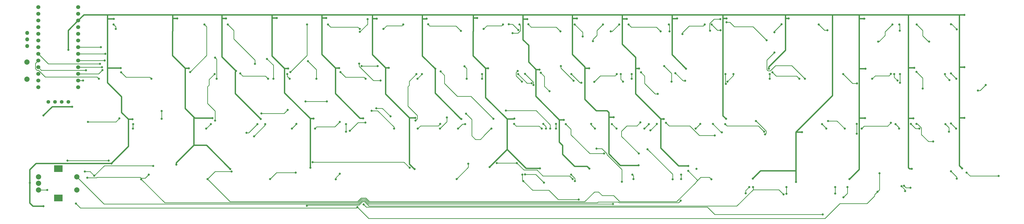
<source format=gtl>
G04 #@! TF.GenerationSoftware,KiCad,Pcbnew,(5.1.12)-1*
G04 #@! TF.CreationDate,2023-11-04T13:46:32+09:00*
G04 #@! TF.ProjectId,jtnk66w,6a746e6b-3636-4772-9e6b-696361645f70,rev?*
G04 #@! TF.SameCoordinates,Original*
G04 #@! TF.FileFunction,Copper,L1,Top*
G04 #@! TF.FilePolarity,Positive*
%FSLAX46Y46*%
G04 Gerber Fmt 4.6, Leading zero omitted, Abs format (unit mm)*
G04 Created by KiCad (PCBNEW (5.1.12)-1) date 2023-11-04 13:46:32*
%MOMM*%
%LPD*%
G01*
G04 APERTURE LIST*
G04 #@! TA.AperFunction,ComponentPad*
%ADD10C,1.524000*%
G04 #@! TD*
G04 #@! TA.AperFunction,ComponentPad*
%ADD11C,2.000000*%
G04 #@! TD*
G04 #@! TA.AperFunction,ComponentPad*
%ADD12R,3.200000X2.500000*%
G04 #@! TD*
G04 #@! TA.AperFunction,ComponentPad*
%ADD13C,1.397000*%
G04 #@! TD*
G04 #@! TA.AperFunction,ComponentPad*
%ADD14O,1.500000X1.500000*%
G04 #@! TD*
G04 #@! TA.AperFunction,ViaPad*
%ADD15C,0.800000*%
G04 #@! TD*
G04 #@! TA.AperFunction,Conductor*
%ADD16C,0.250000*%
G04 #@! TD*
G04 #@! TA.AperFunction,Conductor*
%ADD17C,0.500000*%
G04 #@! TD*
G04 APERTURE END LIST*
D10*
X43282400Y-35528200D03*
X43282400Y-38068200D03*
X43282400Y-40608200D03*
X43282400Y-43148200D03*
X43282400Y-45688200D03*
X43282400Y-48228200D03*
X43282400Y-50768200D03*
X43282400Y-53308200D03*
X43282400Y-55848200D03*
X43282400Y-58388200D03*
X43282400Y-60928200D03*
X43282400Y-63468200D03*
X28062400Y-63468200D03*
X28062400Y-60928200D03*
X28062400Y-58388200D03*
X28062400Y-55848200D03*
X28062400Y-53308200D03*
X28062400Y-50768200D03*
X28062400Y-48228200D03*
X28062400Y-45688200D03*
X28062400Y-43148200D03*
X28062400Y-40608200D03*
X28062400Y-38068200D03*
X28062400Y-35528200D03*
X28062400Y-32988200D03*
X43282400Y-32988200D03*
D11*
X23812500Y-53900000D03*
X23812500Y-60400000D03*
X42718800Y-102512000D03*
X42718800Y-97512000D03*
D12*
X35718800Y-105612000D03*
X35718800Y-94412000D03*
D11*
X28218800Y-102512000D03*
X28218800Y-100012000D03*
X28218800Y-97512000D03*
D13*
X39528800Y-69056200D03*
X36988800Y-69056200D03*
X34448800Y-69056200D03*
X31908800Y-69056200D03*
D14*
X23862500Y-47743800D03*
X23862500Y-45243800D03*
X23862500Y-42743800D03*
D15*
X51110800Y-60193100D03*
X222744600Y-79169600D03*
X205864600Y-72355400D03*
X137832600Y-68859200D03*
X129701200Y-68859200D03*
X122963400Y-72034100D03*
X112954600Y-73389600D03*
X231336200Y-98419800D03*
X210085000Y-92288300D03*
X202454500Y-92288300D03*
X169290700Y-94084000D03*
X132433500Y-91944600D03*
X46203800Y-56992800D03*
X357733800Y-102969300D03*
X356316600Y-101146200D03*
X71831000Y-93391000D03*
X49391000Y-97112200D03*
X45769200Y-95510200D03*
X210627100Y-41639500D03*
X206975500Y-39437600D03*
X157124600Y-55357700D03*
X151037200Y-55357700D03*
X51567500Y-54578200D03*
X196858500Y-58444500D03*
X196858500Y-60208200D03*
X208463600Y-42848400D03*
X211109600Y-39541300D03*
X216442100Y-62572800D03*
X213206500Y-58353600D03*
X224993200Y-79172200D03*
X224993200Y-77427900D03*
X232118000Y-99190200D03*
X230702300Y-96710500D03*
X235084800Y-44148200D03*
X232084000Y-39518700D03*
X234602700Y-61710500D03*
X230828900Y-58477800D03*
X246233000Y-77445400D03*
X247954000Y-79166400D03*
X253972000Y-96694000D03*
X254426800Y-98413600D03*
X245755500Y-42201500D03*
X248963600Y-39541300D03*
X253739900Y-60204100D03*
X253739900Y-58469200D03*
X260846000Y-79818200D03*
X263292200Y-77432700D03*
X272553900Y-96706000D03*
X272553900Y-98415200D03*
X267870600Y-39529000D03*
X268162100Y-42199800D03*
X274027000Y-60978200D03*
X270360300Y-58081200D03*
X284652800Y-77433100D03*
X288010200Y-80584400D03*
X297111400Y-103846300D03*
X298402500Y-101459600D03*
X287527700Y-41726500D03*
X284122800Y-39541300D03*
X306251200Y-60205000D03*
X306251200Y-58471500D03*
X312557500Y-103989500D03*
X312557500Y-101449400D03*
X308006200Y-42536800D03*
X310683600Y-39500500D03*
X328170700Y-41726500D03*
X324848600Y-39541300D03*
X339442700Y-62020000D03*
X334141000Y-58460300D03*
X339331500Y-81087500D03*
X339331500Y-77424000D03*
X334255200Y-105326900D03*
X335799400Y-101461000D03*
X355681800Y-41918000D03*
X355508900Y-39545000D03*
X355750000Y-61701100D03*
X355750000Y-58477700D03*
X359873400Y-77419000D03*
X363163900Y-79205900D03*
X359770900Y-101678000D03*
X357325900Y-100958800D03*
X377339100Y-41396800D03*
X375158400Y-39509900D03*
X377179500Y-60201700D03*
X375152000Y-58174200D03*
X377070300Y-79181000D03*
X375148300Y-77259000D03*
X377339100Y-98244100D03*
X375133600Y-95399600D03*
X30090000Y-108750000D03*
X299840000Y-98230000D03*
X318540000Y-80510000D03*
X316240000Y-99490000D03*
X313430000Y-37250000D03*
X305900000Y-56440000D03*
X289820000Y-37310000D03*
X289620000Y-75490000D03*
X271010000Y-37250000D03*
X274440000Y-56380000D03*
X251910000Y-37400000D03*
X256510000Y-56300000D03*
X265960000Y-75550000D03*
X275220000Y-93440000D03*
X278388000Y-94500000D03*
X232910000Y-37260000D03*
X237610000Y-56260000D03*
X246890000Y-74890000D03*
X256370000Y-93150000D03*
X214030000Y-37490000D03*
X218678000Y-56712000D03*
X227890000Y-75860000D03*
X237650000Y-94440000D03*
X194990000Y-37140000D03*
X199120000Y-56250000D03*
X209110000Y-75390000D03*
X218860000Y-94350000D03*
X199690000Y-93840000D03*
X175800000Y-37370000D03*
X179040000Y-56430000D03*
X188930000Y-75520000D03*
X156760000Y-37390000D03*
X161402000Y-56098000D03*
X171470000Y-75140000D03*
X171190000Y-94590000D03*
X137550000Y-37140000D03*
X142480000Y-56190000D03*
X151640000Y-75260000D03*
X118750000Y-37140000D03*
X123100000Y-56320000D03*
X132720000Y-75400000D03*
X131569000Y-94039500D03*
X99480000Y-37260000D03*
X103320000Y-57240000D03*
X112670000Y-75550000D03*
X80900000Y-37310000D03*
X85370000Y-56240000D03*
X101120000Y-94550000D03*
X80590000Y-92890000D03*
X94270000Y-75230000D03*
X24900000Y-99800000D03*
X56790000Y-37480000D03*
X59400000Y-56160000D03*
X63910000Y-75620000D03*
X55940000Y-92510000D03*
X342170000Y-37390000D03*
X342670000Y-56390000D03*
X342510000Y-75170000D03*
X336570000Y-98440000D03*
X361150000Y-56040000D03*
X360860000Y-75290000D03*
X360230000Y-94500000D03*
X380260000Y-75110000D03*
X380240000Y-55840000D03*
X379380000Y-94300000D03*
X380260000Y-35890000D03*
X30070000Y-74200000D03*
X41000000Y-70850000D03*
X39528800Y-49221200D03*
X54824800Y-91395100D03*
X39162900Y-91395100D03*
X64171900Y-77459200D03*
X64121500Y-79180400D03*
X59637900Y-57773600D03*
X71102200Y-60196200D03*
X75040000Y-75430000D03*
X75040000Y-72480000D03*
X56694300Y-39548300D03*
X57526000Y-41281000D03*
X85815800Y-57671900D03*
X91270400Y-39541300D03*
X95325800Y-76093800D03*
X95137600Y-58397300D03*
X91972800Y-79182200D03*
X93696300Y-77458700D03*
X114380000Y-77444300D03*
X110112000Y-82103300D03*
X104885400Y-58200100D03*
X115495400Y-60209600D03*
X100119600Y-39541300D03*
X110501700Y-54548300D03*
X123920000Y-57711900D03*
X130302700Y-39531100D03*
X123675000Y-60196200D03*
X122765000Y-58471500D03*
X133327200Y-79181700D03*
X142778700Y-76676500D03*
X152471000Y-76874200D03*
X146546000Y-80047000D03*
X142975600Y-57646900D03*
X152563400Y-60196200D03*
X156640500Y-71452400D03*
X162003500Y-74505400D03*
X138246500Y-39541300D03*
X150330000Y-41276700D03*
X159338200Y-41273300D03*
X166907300Y-39541300D03*
X171492600Y-76155100D03*
X171896800Y-58474800D03*
X172409300Y-79183500D03*
X180941300Y-77427100D03*
X190381300Y-77455600D03*
X187702600Y-79184900D03*
X181077400Y-57454100D03*
X201120000Y-75440000D03*
X176316200Y-39496800D03*
X188804500Y-42007500D03*
X197438200Y-41273300D03*
X204811300Y-39530300D03*
X215701100Y-61889300D03*
X210548600Y-58458500D03*
X221118600Y-79167100D03*
X220127000Y-77442600D03*
X243261700Y-88695500D03*
X228698000Y-77458100D03*
X219171700Y-57952600D03*
X222509700Y-64985400D03*
X214414400Y-39487400D03*
X226673400Y-42208000D03*
X239041000Y-45940000D03*
X242828800Y-39541300D03*
X239533400Y-61363400D03*
X248095800Y-58456200D03*
X256424000Y-88661700D03*
X257078200Y-76828900D03*
X266808300Y-77005000D03*
X285327500Y-81839000D03*
X257281900Y-57756900D03*
X263671600Y-66008600D03*
X252538100Y-39541300D03*
X264769900Y-42204500D03*
X273050900Y-43209500D03*
X281515000Y-39541300D03*
X289556600Y-62138400D03*
X289409500Y-58457200D03*
X304458700Y-81412100D03*
X301000400Y-76308600D03*
X307272600Y-57756900D03*
X317516700Y-60196200D03*
X326110300Y-77449500D03*
X327765900Y-79198900D03*
X287410800Y-37533500D03*
X283551100Y-41884200D03*
X347491300Y-46040800D03*
X352896900Y-39541300D03*
X345196200Y-60210500D03*
X352318900Y-58378000D03*
X341171100Y-79181700D03*
X352317800Y-76971500D03*
X362027800Y-77367500D03*
X368372100Y-84128200D03*
X362036500Y-57571900D03*
X364386800Y-63945000D03*
X362083900Y-39556800D03*
X366871000Y-46040800D03*
X385412000Y-64702500D03*
X388367700Y-62610200D03*
X381099700Y-95905000D03*
X393283400Y-97199800D03*
X240362000Y-86788000D03*
X250024300Y-99414200D03*
X226849700Y-55357700D03*
X231632700Y-60965100D03*
X238343100Y-77439300D03*
X239790700Y-79182100D03*
X246651000Y-107857400D03*
X31466800Y-102512000D03*
X259755800Y-87015700D03*
X269277400Y-98446900D03*
X70089400Y-96684600D03*
X58912200Y-75324200D03*
X46942500Y-76606100D03*
X272369900Y-106653400D03*
X46767900Y-97855600D03*
X250454500Y-61277500D03*
X249592000Y-58444700D03*
X258546100Y-79172700D03*
X260275100Y-77443700D03*
X67246800Y-98446900D03*
X51893400Y-48228200D03*
X275249200Y-95290600D03*
X107300200Y-80774200D03*
X111418800Y-77455500D03*
X266088100Y-55357700D03*
X268928200Y-61284800D03*
X284028000Y-98443200D03*
X101613600Y-95481200D03*
X92416300Y-98414000D03*
X53578300Y-50768200D03*
X278038300Y-79181700D03*
X279777400Y-77442600D03*
X95927100Y-60207400D03*
X95342300Y-52198500D03*
X299916800Y-101471800D03*
X130249500Y-108585000D03*
X117510300Y-60186900D03*
X115094800Y-52640100D03*
X124554800Y-79181700D03*
X126235900Y-77428000D03*
X304142400Y-80381700D03*
X289275700Y-77444000D03*
X290134700Y-61300300D03*
X292463900Y-58467300D03*
X126001500Y-95910200D03*
X116210200Y-98414000D03*
X53358700Y-53308200D03*
X311487400Y-104223400D03*
X145146300Y-80385300D03*
X145146300Y-77455800D03*
X52325400Y-55848200D03*
X308043000Y-50206400D03*
X319587700Y-60212500D03*
X141200600Y-98443200D03*
X142780200Y-96355200D03*
X133893700Y-60205000D03*
X130663600Y-53521100D03*
X326371300Y-111833700D03*
X328432700Y-76338500D03*
X334723600Y-79219100D03*
X331108200Y-103933600D03*
X331108200Y-101462300D03*
X151780000Y-108070000D03*
X52489500Y-56944400D03*
X150400700Y-42372900D03*
X153345200Y-37487500D03*
X289807900Y-38749800D03*
X305009900Y-45555300D03*
X158249000Y-60869400D03*
X150115700Y-54496000D03*
X154869800Y-72391200D03*
X163393800Y-79191800D03*
X354089700Y-77453500D03*
X355451300Y-79198700D03*
X183470700Y-74944100D03*
X180868000Y-79181700D03*
X149427200Y-109032600D03*
X42417600Y-107698100D03*
X45113400Y-60928200D03*
X347231300Y-103214700D03*
X347951500Y-96203500D03*
X191627600Y-92583600D03*
X187154500Y-98414000D03*
X172269400Y-60196200D03*
X174004000Y-58461600D03*
X354831400Y-60911300D03*
X353589400Y-58470400D03*
X233553000Y-106228400D03*
X212172600Y-96689000D03*
X212530900Y-99129800D03*
X190113100Y-55448400D03*
X191019200Y-60205000D03*
X374569400Y-60690400D03*
X372823100Y-58471900D03*
X200440500Y-79169300D03*
X190715400Y-73505300D03*
X374390800Y-80341600D03*
X373018300Y-77453500D03*
X220384200Y-99749600D03*
X213209100Y-96646600D03*
X219492500Y-79181700D03*
X209006700Y-77415600D03*
X212027600Y-61341100D03*
X210366000Y-57237100D03*
D16*
X129701200Y-68859200D02*
X137832600Y-68859200D01*
X28062400Y-53308200D02*
X26960800Y-54409800D01*
X26960800Y-54409800D02*
X26960800Y-56283900D01*
X26960800Y-56283900D02*
X27635800Y-56958900D01*
X27635800Y-56958900D02*
X28170700Y-56958900D01*
X28170700Y-56958900D02*
X30766000Y-59554200D01*
X30766000Y-59554200D02*
X50471900Y-59554200D01*
X50471900Y-59554200D02*
X51110800Y-60193100D01*
X205864600Y-72355400D02*
X217383500Y-72355400D01*
X217383500Y-72355400D02*
X222744600Y-77716500D01*
X222744600Y-77716500D02*
X222744600Y-79169600D01*
X122963400Y-72034100D02*
X121607900Y-73389600D01*
X121607900Y-73389600D02*
X112954600Y-73389600D01*
X210085000Y-92288300D02*
X212721900Y-94925200D01*
X212721900Y-94925200D02*
X217724700Y-94925200D01*
X217724700Y-94925200D02*
X219974700Y-97175200D01*
X219974700Y-97175200D02*
X230091600Y-97175200D01*
X230091600Y-97175200D02*
X231336200Y-98419800D01*
X202454500Y-92288300D02*
X210085000Y-92288300D01*
X49391000Y-97112200D02*
X53211600Y-93291600D01*
X53211600Y-93291600D02*
X71731600Y-93291600D01*
X71731600Y-93291600D02*
X71831000Y-93391000D01*
X169290700Y-94084000D02*
X167151300Y-91944600D01*
X167151300Y-91944600D02*
X132433500Y-91944600D01*
X28062400Y-55848200D02*
X29207000Y-56992800D01*
X29207000Y-56992800D02*
X46203800Y-56992800D01*
X356316600Y-101146200D02*
X357733800Y-102563400D01*
X357733800Y-102563400D02*
X357733800Y-102969300D01*
X45769200Y-95510200D02*
X47789000Y-95510200D01*
X47789000Y-95510200D02*
X49391000Y-97112200D01*
X206975500Y-39437600D02*
X208425200Y-39437600D01*
X208425200Y-39437600D02*
X210627100Y-41639500D01*
X28062400Y-50768200D02*
X31872400Y-54578200D01*
X31872400Y-54578200D02*
X51567500Y-54578200D01*
X151037200Y-55357700D02*
X157124600Y-55357700D01*
X196858500Y-60208200D02*
X196858500Y-58444500D01*
X211109600Y-39541300D02*
X211411700Y-39843400D01*
X211411700Y-39843400D02*
X211411700Y-41895900D01*
X211411700Y-41895900D02*
X210459200Y-42848400D01*
X210459200Y-42848400D02*
X208463600Y-42848400D01*
X213206500Y-58353600D02*
X216442100Y-61589200D01*
X216442100Y-61589200D02*
X216442100Y-62572800D01*
X224993200Y-77427900D02*
X224993200Y-79172200D01*
X230702300Y-96710500D02*
X232118000Y-98126200D01*
X232118000Y-98126200D02*
X232118000Y-99190200D01*
X235084800Y-44148200D02*
X235084800Y-42519500D01*
X235084800Y-42519500D02*
X232084000Y-39518700D01*
X230828900Y-58477800D02*
X234061600Y-61710500D01*
X234061600Y-61710500D02*
X234602700Y-61710500D01*
X247954000Y-79166400D02*
X246233000Y-77445400D01*
X254426800Y-98413600D02*
X254426800Y-97148800D01*
X254426800Y-97148800D02*
X253972000Y-96694000D01*
X248963600Y-39541300D02*
X246303400Y-42201500D01*
X246303400Y-42201500D02*
X245755500Y-42201500D01*
X253739900Y-58469200D02*
X253739900Y-60204100D01*
X263292200Y-77432700D02*
X260906700Y-79818200D01*
X260906700Y-79818200D02*
X260846000Y-79818200D01*
X272553900Y-98415200D02*
X272553900Y-96706000D01*
X268162100Y-42199800D02*
X268162100Y-39820500D01*
X268162100Y-39820500D02*
X267870600Y-39529000D01*
X270360300Y-58081200D02*
X273257300Y-60978200D01*
X273257300Y-60978200D02*
X274027000Y-60978200D01*
X288010200Y-80584400D02*
X287804100Y-80584400D01*
X287804100Y-80584400D02*
X284652800Y-77433100D01*
X298402500Y-101459600D02*
X297111400Y-102750700D01*
X297111400Y-102750700D02*
X297111400Y-103846300D01*
X284122800Y-39541300D02*
X286308000Y-41726500D01*
X286308000Y-41726500D02*
X287527700Y-41726500D01*
X306251200Y-58471500D02*
X306251200Y-60205000D01*
X312557500Y-101449400D02*
X312557500Y-103989500D01*
X310683600Y-39500500D02*
X308006200Y-42177900D01*
X308006200Y-42177900D02*
X308006200Y-42536800D01*
X324848600Y-39541300D02*
X327033800Y-41726500D01*
X327033800Y-41726500D02*
X328170700Y-41726500D01*
X334141000Y-58460300D02*
X337700700Y-62020000D01*
X337700700Y-62020000D02*
X339442700Y-62020000D01*
X339331500Y-77424000D02*
X339331500Y-81087500D01*
X335799400Y-101461000D02*
X335799400Y-103782700D01*
X335799400Y-103782700D02*
X334255200Y-105326900D01*
X355508900Y-39545000D02*
X355681800Y-39717900D01*
X355681800Y-39717900D02*
X355681800Y-41918000D01*
X355750000Y-58477700D02*
X355750000Y-61701100D01*
X363163900Y-79205900D02*
X361660300Y-79205900D01*
X361660300Y-79205900D02*
X359873400Y-77419000D01*
X359770900Y-101678000D02*
X358045100Y-101678000D01*
X358045100Y-101678000D02*
X357325900Y-100958800D01*
X377339100Y-41396800D02*
X375452200Y-39509900D01*
X375452200Y-39509900D02*
X375158400Y-39509900D01*
X375152000Y-58174200D02*
X377179500Y-60201700D01*
X375148300Y-77259000D02*
X377070300Y-79181000D01*
X375133600Y-95399600D02*
X377339100Y-97605100D01*
X377339100Y-97605100D02*
X377339100Y-98244100D01*
D17*
X358990000Y-35890000D02*
X358990000Y-56040000D01*
X87320000Y-74880000D02*
X87670000Y-75230000D01*
X87670000Y-75230000D02*
X94270000Y-75230000D01*
X84010000Y-56240000D02*
X83957500Y-56292500D01*
X83957500Y-56292500D02*
X83957500Y-71517500D01*
X83957500Y-71517500D02*
X87320000Y-74880000D01*
X174170000Y-35890000D02*
X174170000Y-37410000D01*
X269150000Y-37350000D02*
X269150000Y-51090000D01*
X269150000Y-51090000D02*
X274440000Y-56380000D01*
X269150000Y-35890000D02*
X269150000Y-37350000D01*
X330140000Y-35890000D02*
X340300000Y-35890000D01*
X312230000Y-35890000D02*
X330140000Y-35890000D01*
X206400000Y-75580000D02*
X206400000Y-87140000D01*
X198230000Y-56250000D02*
X198230000Y-67410000D01*
X198230000Y-67410000D02*
X206400000Y-75580000D01*
X316240000Y-95300000D02*
X316240000Y-99490000D01*
X316240000Y-80510000D02*
X316240000Y-95300000D01*
X312230000Y-37250000D02*
X312230000Y-49390000D01*
X312230000Y-49390000D02*
X305900000Y-55720000D01*
X305900000Y-55720000D02*
X305900000Y-56440000D01*
X312230000Y-35890000D02*
X312230000Y-37250000D01*
X288480000Y-37310000D02*
X288480000Y-74350000D01*
X288480000Y-74350000D02*
X289620000Y-75490000D01*
X288480000Y-35890000D02*
X288480000Y-37310000D01*
X250160000Y-37400000D02*
X250160000Y-47050000D01*
X250160000Y-47050000D02*
X255230000Y-52120000D01*
X255230000Y-52120000D02*
X255230000Y-56300000D01*
X250160000Y-35890000D02*
X250160000Y-37400000D01*
X231230000Y-37260000D02*
X231230000Y-51020000D01*
X231230000Y-51020000D02*
X235970000Y-55760000D01*
X235970000Y-55760000D02*
X235970000Y-56260000D01*
X231230000Y-35890000D02*
X231230000Y-37260000D01*
X235970000Y-56260000D02*
X235970000Y-68090000D01*
X235970000Y-68090000D02*
X240280000Y-72400000D01*
X240280000Y-72400000D02*
X244410000Y-72400000D01*
X244410000Y-72400000D02*
X245100000Y-73090000D01*
X245100000Y-73090000D02*
X245100000Y-74890000D01*
X245100000Y-74890000D02*
X245100000Y-88860000D01*
X245100000Y-88860000D02*
X249440000Y-93200000D01*
X249440000Y-93200000D02*
X256380000Y-93200000D01*
X256380000Y-93200000D02*
X256380000Y-93160000D01*
X256380000Y-93160000D02*
X256370000Y-93150000D01*
X212440000Y-37490000D02*
X214030000Y-37490000D01*
X212440000Y-35890000D02*
X212440000Y-37490000D01*
X193510000Y-37140000D02*
X193510000Y-42151500D01*
X193510000Y-42151500D02*
X193495000Y-42166500D01*
X193495000Y-42166500D02*
X193495000Y-51515000D01*
X193495000Y-51515000D02*
X198230000Y-56250000D01*
X193510000Y-35890000D02*
X193510000Y-37140000D01*
X206400000Y-87140000D02*
X199690000Y-93850000D01*
X199690000Y-93850000D02*
X199690000Y-93840000D01*
X155150000Y-37390000D02*
X155150000Y-51090000D01*
X155150000Y-51090000D02*
X160158000Y-56098000D01*
X155150000Y-35890000D02*
X155150000Y-37390000D01*
X169260000Y-75140000D02*
X169260000Y-92730000D01*
X169260000Y-92730000D02*
X171200000Y-94670000D01*
X171200000Y-94670000D02*
X171200000Y-94600000D01*
X171200000Y-94600000D02*
X171190000Y-94590000D01*
X160158000Y-56098000D02*
X160158000Y-66038000D01*
X160158000Y-66038000D02*
X169260000Y-75140000D01*
X135930000Y-37140000D02*
X135930000Y-51020000D01*
X135930000Y-51020000D02*
X141100000Y-56190000D01*
X135930000Y-35890000D02*
X135930000Y-37140000D01*
X116980000Y-37140000D02*
X116980000Y-51540000D01*
X116980000Y-51540000D02*
X121760000Y-56320000D01*
X116980000Y-35890000D02*
X116980000Y-37140000D01*
X97960000Y-37260000D02*
X97960000Y-51880000D01*
X97960000Y-51880000D02*
X103320000Y-57240000D01*
X97960000Y-35890000D02*
X97960000Y-37260000D01*
X79230000Y-37310000D02*
X79230000Y-42131500D01*
X79230000Y-42131500D02*
X79195000Y-42166500D01*
X79195000Y-42166500D02*
X79195000Y-51425000D01*
X79195000Y-51425000D02*
X84010000Y-56240000D01*
X79230000Y-35890000D02*
X79230000Y-37310000D01*
X54460000Y-37480000D02*
X54460000Y-56160000D01*
X54460000Y-35890000D02*
X54460000Y-37480000D01*
X62360000Y-75620000D02*
X62360000Y-85980000D01*
X62360000Y-85980000D02*
X55880000Y-92460000D01*
X55880000Y-92460000D02*
X55890000Y-92460000D01*
X55890000Y-92460000D02*
X55940000Y-92510000D01*
X54460000Y-56160000D02*
X54460000Y-61760000D01*
X54460000Y-61760000D02*
X59803800Y-67103800D01*
X59803800Y-67103800D02*
X59803800Y-73063800D01*
X59803800Y-73063800D02*
X62360000Y-75620000D01*
X340300000Y-37390000D02*
X340300000Y-56390000D01*
X340300000Y-35890000D02*
X340300000Y-37390000D01*
X358990000Y-56040000D02*
X358990000Y-75290000D01*
X378360000Y-75110000D02*
X378360000Y-93280000D01*
X378360000Y-93280000D02*
X379380000Y-94300000D01*
X378360000Y-55840000D02*
X378360000Y-75110000D01*
X24900000Y-99800000D02*
X24900000Y-107580000D01*
X24900000Y-107580000D02*
X26070000Y-108750000D01*
X26070000Y-108750000D02*
X30090000Y-108750000D01*
X316240000Y-95300000D02*
X302770000Y-95300000D01*
X302770000Y-95300000D02*
X299840000Y-98230000D01*
X316240000Y-80510000D02*
X318540000Y-80510000D01*
X330140000Y-35890000D02*
X330140000Y-66610000D01*
X330140000Y-66610000D02*
X316240000Y-80510000D01*
X312230000Y-37250000D02*
X313430000Y-37250000D01*
X288480000Y-35890000D02*
X312230000Y-35890000D01*
X288480000Y-37310000D02*
X289820000Y-37310000D01*
X269150000Y-35890000D02*
X288480000Y-35890000D01*
X269150000Y-37350000D02*
X270910000Y-37350000D01*
X270910000Y-37350000D02*
X271010000Y-37250000D01*
X250160000Y-35890000D02*
X269150000Y-35890000D01*
X250160000Y-37400000D02*
X251910000Y-37400000D01*
X255230000Y-56300000D02*
X255230000Y-65990000D01*
X255230000Y-65990000D02*
X264790000Y-75550000D01*
X255230000Y-56300000D02*
X256510000Y-56300000D01*
X264790000Y-75550000D02*
X265960000Y-75550000D01*
X264790000Y-75550000D02*
X264790000Y-86600000D01*
X264790000Y-86600000D02*
X271630000Y-93440000D01*
X271630000Y-93440000D02*
X275220000Y-93440000D01*
X231230000Y-35890000D02*
X250160000Y-35890000D01*
X231230000Y-37260000D02*
X232910000Y-37260000D01*
X235970000Y-56260000D02*
X237610000Y-56260000D01*
X245100000Y-74890000D02*
X246890000Y-74890000D01*
X212440000Y-35890000D02*
X231230000Y-35890000D01*
X212440000Y-37490000D02*
X212440000Y-45360000D01*
X212440000Y-45360000D02*
X214585000Y-47505000D01*
X214585000Y-47505000D02*
X214585000Y-53885000D01*
X214585000Y-53885000D02*
X217360000Y-56660000D01*
X217360000Y-56660000D02*
X217308000Y-56712000D01*
X217308000Y-56712000D02*
X218678000Y-56712000D01*
X226260000Y-75860000D02*
X227890000Y-75860000D01*
X226260000Y-75860000D02*
X226260000Y-84366500D01*
X226260000Y-84366500D02*
X227510000Y-85616500D01*
X227510000Y-85616500D02*
X227510000Y-89040000D01*
X227510000Y-89040000D02*
X232070000Y-93600000D01*
X232070000Y-93600000D02*
X236810000Y-93600000D01*
X236810000Y-93600000D02*
X237650000Y-94440000D01*
X217308000Y-56712000D02*
X217308000Y-66908000D01*
X217308000Y-66908000D02*
X226260000Y-75860000D01*
X193510000Y-35890000D02*
X212440000Y-35890000D01*
X193510000Y-37140000D02*
X194990000Y-37140000D01*
X198230000Y-56250000D02*
X199120000Y-56250000D01*
X206400000Y-75580000D02*
X208920000Y-75580000D01*
X208920000Y-75580000D02*
X209110000Y-75390000D01*
X206400000Y-87140000D02*
X213610000Y-94350000D01*
X213610000Y-94350000D02*
X218860000Y-94350000D01*
X174170000Y-35890000D02*
X193510000Y-35890000D01*
X174170000Y-37410000D02*
X175760000Y-37410000D01*
X175760000Y-37410000D02*
X175800000Y-37370000D01*
X179040000Y-56430000D02*
X179040000Y-65720500D01*
X179040000Y-65720500D02*
X188839000Y-75520000D01*
X188839000Y-75520000D02*
X188930000Y-75520000D01*
X174170000Y-37410000D02*
X174170000Y-51560000D01*
X174170000Y-51560000D02*
X179040000Y-56430000D01*
X155150000Y-35890000D02*
X174170000Y-35890000D01*
X155150000Y-37390000D02*
X156760000Y-37390000D01*
X160158000Y-56098000D02*
X161402000Y-56098000D01*
X169260000Y-75140000D02*
X171470000Y-75140000D01*
X135930000Y-35890000D02*
X155150000Y-35890000D01*
X135930000Y-37140000D02*
X137550000Y-37140000D01*
X141100000Y-56190000D02*
X142480000Y-56190000D01*
X141100000Y-56190000D02*
X141100000Y-65880500D01*
X141100000Y-65880500D02*
X150469000Y-75250000D01*
X150469000Y-75250000D02*
X151630000Y-75250000D01*
X151630000Y-75250000D02*
X151640000Y-75260000D01*
X116980000Y-35890000D02*
X135930000Y-35890000D01*
X116980000Y-37140000D02*
X118750000Y-37140000D01*
X121760000Y-56320000D02*
X123100000Y-56320000D01*
X131569000Y-75400000D02*
X132720000Y-75400000D01*
X131569000Y-75400000D02*
X131569000Y-94039500D01*
X121760000Y-56320000D02*
X121760000Y-65590500D01*
X121760000Y-65590500D02*
X131569000Y-75400000D01*
X97960000Y-35890000D02*
X116980000Y-35890000D01*
X97960000Y-37260000D02*
X99480000Y-37260000D01*
X103320000Y-57240000D02*
X103008000Y-57552000D01*
X103008000Y-57552000D02*
X103008000Y-65888500D01*
X103008000Y-65888500D02*
X112679000Y-75560000D01*
X112679000Y-75560000D02*
X112679000Y-75559500D01*
X112679000Y-75559500D02*
X112670000Y-75550000D01*
X79230000Y-35890000D02*
X97960000Y-35890000D01*
X79230000Y-37310000D02*
X80900000Y-37310000D01*
X84010000Y-56240000D02*
X85370000Y-56240000D01*
X87320000Y-85500000D02*
X92070000Y-85500000D01*
X92070000Y-85500000D02*
X101120000Y-94550000D01*
X87320000Y-85500000D02*
X80590000Y-92230000D01*
X80590000Y-92230000D02*
X80590000Y-92890000D01*
X87320000Y-74880000D02*
X87320000Y-85500000D01*
X54460000Y-35890000D02*
X79230000Y-35890000D01*
X55940000Y-92510000D02*
X27250000Y-92510000D01*
X27250000Y-92510000D02*
X24900000Y-94860000D01*
X24900000Y-94860000D02*
X24900000Y-99800000D01*
X54460000Y-37480000D02*
X56790000Y-37480000D01*
X54460000Y-56160000D02*
X59400000Y-56160000D01*
X62360000Y-75620000D02*
X63910000Y-75620000D01*
X43282400Y-38068200D02*
X45460600Y-35890000D01*
X45460600Y-35890000D02*
X54460000Y-35890000D01*
X342360000Y-37390000D02*
X342170000Y-37390000D01*
X340300000Y-37390000D02*
X342170000Y-37390000D01*
X340300000Y-56390000D02*
X340300000Y-75170000D01*
X340300000Y-56390000D02*
X342670000Y-56390000D01*
X340300000Y-75170000D02*
X340300000Y-94740000D01*
X340300000Y-94740000D02*
X336580000Y-98460000D01*
X336580000Y-98460000D02*
X336580000Y-98450000D01*
X336580000Y-98450000D02*
X336570000Y-98440000D01*
X340300000Y-75170000D02*
X342510000Y-75170000D01*
X340300000Y-35890000D02*
X358990000Y-35890000D01*
X358990000Y-56040000D02*
X361150000Y-56040000D01*
X358990000Y-75290000D02*
X358990000Y-94060000D01*
X358990000Y-94060000D02*
X359430000Y-94500000D01*
X359430000Y-94500000D02*
X360230000Y-94500000D01*
X358990000Y-75290000D02*
X360860000Y-75290000D01*
X358990000Y-35890000D02*
X378360000Y-35890000D01*
X378360000Y-75110000D02*
X380260000Y-75110000D01*
X378360000Y-35890000D02*
X378360000Y-55840000D01*
X378360000Y-55840000D02*
X380240000Y-55840000D01*
X378360000Y-35890000D02*
X380260000Y-35890000D01*
X41000000Y-70850000D02*
X33420000Y-70850000D01*
X33420000Y-70850000D02*
X30070000Y-74200000D01*
X39528800Y-49221200D02*
X39528800Y-41821800D01*
X39528800Y-41821800D02*
X43282400Y-38068200D01*
D16*
X39162900Y-91395100D02*
X54824800Y-91395100D01*
X64171900Y-77459200D02*
X64121500Y-77509600D01*
X64121500Y-77509600D02*
X64121500Y-79180400D01*
X59637900Y-57773600D02*
X61451600Y-59587300D01*
X61451600Y-59587300D02*
X70493300Y-59587300D01*
X70493300Y-59587300D02*
X71102200Y-60196200D01*
X75040000Y-75430000D02*
X75040000Y-72480000D01*
X56694300Y-39548300D02*
X57526000Y-40380000D01*
X57526000Y-40380000D02*
X57526000Y-41281000D01*
X91270400Y-39541300D02*
X92134100Y-40405000D01*
X92134100Y-40405000D02*
X92134100Y-51353600D01*
X92134100Y-51353600D02*
X85815800Y-57671900D01*
X95137600Y-58397300D02*
X93071300Y-60463600D01*
X93071300Y-60463600D02*
X93071300Y-62617100D01*
X93071300Y-62617100D02*
X92430000Y-63258400D01*
X92430000Y-63258400D02*
X92430000Y-69572600D01*
X92430000Y-69572600D02*
X95325800Y-72468400D01*
X95325800Y-72468400D02*
X95325800Y-76093800D01*
X93696300Y-77458700D02*
X91972800Y-79182200D01*
X110112000Y-82103300D02*
X114380000Y-77835300D01*
X114380000Y-77835300D02*
X114380000Y-77444300D01*
X115495400Y-60209600D02*
X114457700Y-59171900D01*
X114457700Y-59171900D02*
X105857200Y-59171900D01*
X105857200Y-59171900D02*
X104885400Y-58200100D01*
X100119600Y-39541300D02*
X102449800Y-41871500D01*
X102449800Y-41871500D02*
X102449800Y-45037400D01*
X102449800Y-45037400D02*
X110501700Y-53089300D01*
X110501700Y-53089300D02*
X110501700Y-54548300D01*
X130302700Y-39531100D02*
X130302700Y-51329200D01*
X130302700Y-51329200D02*
X123920000Y-57711900D01*
X122765000Y-58471500D02*
X122765000Y-59286200D01*
X122765000Y-59286200D02*
X123675000Y-60196200D01*
X142778700Y-76676500D02*
X140914700Y-78540500D01*
X140914700Y-78540500D02*
X133968400Y-78540500D01*
X133968400Y-78540500D02*
X133327200Y-79181700D01*
X146546000Y-80047000D02*
X149718800Y-76874200D01*
X149718800Y-76874200D02*
X152471000Y-76874200D01*
X152563400Y-60196200D02*
X151954500Y-59587300D01*
X151954500Y-59587300D02*
X144916000Y-59587300D01*
X144916000Y-59587300D02*
X142975600Y-57646900D01*
X162003500Y-74505400D02*
X158950500Y-71452400D01*
X158950500Y-71452400D02*
X156640500Y-71452400D01*
X138246500Y-39541300D02*
X139242500Y-40537300D01*
X139242500Y-40537300D02*
X149590600Y-40537300D01*
X149590600Y-40537300D02*
X150330000Y-41276700D01*
X166907300Y-39541300D02*
X166423400Y-40025200D01*
X166423400Y-40025200D02*
X160586300Y-40025200D01*
X160586300Y-40025200D02*
X159338200Y-41273300D01*
X171896800Y-58474800D02*
X169176500Y-61195100D01*
X169176500Y-61195100D02*
X169176500Y-62712400D01*
X169176500Y-62712400D02*
X168672800Y-63216100D01*
X168672800Y-63216100D02*
X168672800Y-70660600D01*
X168672800Y-70660600D02*
X172195200Y-74183000D01*
X172195200Y-74183000D02*
X172195200Y-75452500D01*
X172195200Y-75452500D02*
X171492600Y-76155100D01*
X180941300Y-77427100D02*
X180243200Y-78125200D01*
X180243200Y-78125200D02*
X173467600Y-78125200D01*
X173467600Y-78125200D02*
X172409300Y-79183500D01*
X187702600Y-79184900D02*
X189431900Y-77455600D01*
X189431900Y-77455600D02*
X190381300Y-77455600D01*
X182538800Y-62008200D02*
X187448300Y-66917700D01*
X181077400Y-57454100D02*
X182538800Y-58915500D01*
X182538800Y-58915500D02*
X182538800Y-62008200D01*
X187448300Y-66917700D02*
X192597700Y-66917700D01*
X192597700Y-66917700D02*
X201120000Y-75440000D01*
X188804500Y-42007500D02*
X186918900Y-40121900D01*
X186918900Y-40121900D02*
X176941300Y-40121900D01*
X176941300Y-40121900D02*
X176316200Y-39496800D01*
X204811300Y-39530300D02*
X204316400Y-40025200D01*
X204316400Y-40025200D02*
X198686300Y-40025200D01*
X198686300Y-40025200D02*
X197438200Y-41273300D01*
X210548600Y-58458500D02*
X213979400Y-61889300D01*
X213979400Y-61889300D02*
X215701100Y-61889300D01*
X220127000Y-77442600D02*
X221118600Y-78434200D01*
X221118600Y-78434200D02*
X221118600Y-79167100D01*
X228698000Y-77458100D02*
X230648500Y-79408600D01*
X230648500Y-79408600D02*
X230648500Y-81545200D01*
X230648500Y-81545200D02*
X237798800Y-88695500D01*
X237798800Y-88695500D02*
X243261700Y-88695500D01*
X222509700Y-64985400D02*
X220591000Y-63066700D01*
X220591000Y-63066700D02*
X220591000Y-59371900D01*
X220591000Y-59371900D02*
X219171700Y-57952600D01*
X214414400Y-39487400D02*
X215464300Y-40537300D01*
X215464300Y-40537300D02*
X225002700Y-40537300D01*
X225002700Y-40537300D02*
X226673400Y-42208000D01*
X242828800Y-39541300D02*
X240560200Y-41809900D01*
X240560200Y-41809900D02*
X240560200Y-43730700D01*
X240560200Y-43730700D02*
X239041000Y-45249900D01*
X239041000Y-45249900D02*
X239041000Y-45940000D01*
X248095800Y-58456200D02*
X247476800Y-59075200D01*
X247476800Y-59075200D02*
X241821600Y-59075200D01*
X241821600Y-59075200D02*
X239533400Y-61363400D01*
X249870000Y-82107700D02*
X256424000Y-88661700D01*
X254321476Y-78185010D02*
X251843390Y-78185010D01*
X251843390Y-78185010D02*
X249870000Y-80158400D01*
X254381286Y-78125200D02*
X254321476Y-78185010D01*
X255781900Y-78125200D02*
X254381286Y-78125200D01*
X249870000Y-80158400D02*
X249870000Y-82107700D01*
X257078200Y-76828900D02*
X255781900Y-78125200D01*
X285327500Y-81839000D02*
X279514900Y-81839000D01*
X279514900Y-81839000D02*
X275801000Y-78125100D01*
X275801000Y-78125100D02*
X267928400Y-78125100D01*
X267928400Y-78125100D02*
X266808300Y-77005000D01*
X263671600Y-66008600D02*
X262666400Y-66008600D01*
X262666400Y-66008600D02*
X258691000Y-62033200D01*
X258691000Y-62033200D02*
X258691000Y-59166000D01*
X258691000Y-59166000D02*
X257281900Y-57756900D01*
X252538100Y-39541300D02*
X253534100Y-40537300D01*
X253534100Y-40537300D02*
X263102700Y-40537300D01*
X263102700Y-40537300D02*
X264769900Y-42204500D01*
X281515000Y-39541300D02*
X280934400Y-40121900D01*
X280934400Y-40121900D02*
X275578800Y-40121900D01*
X275578800Y-40121900D02*
X273050900Y-42649800D01*
X273050900Y-42649800D02*
X273050900Y-43209500D01*
X289409500Y-58457200D02*
X289409500Y-61991300D01*
X289409500Y-61991300D02*
X289556600Y-62138400D01*
X301000400Y-76308600D02*
X301095000Y-76308600D01*
X301095000Y-76308600D02*
X304872600Y-80086200D01*
X304872600Y-80086200D02*
X304872600Y-80998200D01*
X304872600Y-80998200D02*
X304458700Y-81412100D01*
X326110300Y-77449500D02*
X327765900Y-79105100D01*
X327765900Y-79105100D02*
X327765900Y-79198900D01*
X317516700Y-60196200D02*
X316492400Y-59171900D01*
X316492400Y-59171900D02*
X308687600Y-59171900D01*
X308687600Y-59171900D02*
X307272600Y-57756900D01*
X287410800Y-37533500D02*
X285063000Y-37533500D01*
X285063000Y-37533500D02*
X283397600Y-39198900D01*
X283397600Y-39198900D02*
X283397600Y-41730700D01*
X283397600Y-41730700D02*
X283551100Y-41884200D01*
X352896900Y-39541300D02*
X350097200Y-42341000D01*
X350097200Y-42341000D02*
X350097200Y-43730700D01*
X350097200Y-43730700D02*
X347787100Y-46040800D01*
X347787100Y-46040800D02*
X347491300Y-46040800D01*
X352318900Y-58378000D02*
X351621700Y-59075200D01*
X351621700Y-59075200D02*
X346331500Y-59075200D01*
X346331500Y-59075200D02*
X345196200Y-60210500D01*
X352317800Y-76971500D02*
X351067400Y-78221900D01*
X351067400Y-78221900D02*
X342130900Y-78221900D01*
X342130900Y-78221900D02*
X341171100Y-79181700D01*
X368372100Y-84128200D02*
X366582800Y-84128200D01*
X366582800Y-84128200D02*
X363889100Y-81434500D01*
X363889100Y-81434500D02*
X363889100Y-78903800D01*
X363889100Y-78903800D02*
X362352800Y-77367500D01*
X362352800Y-77367500D02*
X362027800Y-77367500D01*
X364386800Y-63945000D02*
X364386800Y-59922200D01*
X364386800Y-59922200D02*
X362036500Y-57571900D01*
X366871000Y-46040800D02*
X366593300Y-46040800D01*
X366593300Y-46040800D02*
X364386800Y-43834300D01*
X364386800Y-43834300D02*
X364386800Y-41859700D01*
X364386800Y-41859700D02*
X362083900Y-39556800D01*
X388367700Y-62610200D02*
X386275400Y-64702500D01*
X386275400Y-64702500D02*
X385412000Y-64702500D01*
X381099700Y-95905000D02*
X382394500Y-97199800D01*
X382394500Y-97199800D02*
X393283400Y-97199800D01*
X250024300Y-99414200D02*
X250024300Y-94751000D01*
X250024300Y-94751000D02*
X244378100Y-89104800D01*
X244378100Y-89104800D02*
X244378100Y-88750200D01*
X244378100Y-88750200D02*
X242415900Y-86788000D01*
X242415900Y-86788000D02*
X240362000Y-86788000D01*
X231632700Y-60965100D02*
X226849700Y-56182100D01*
X226849700Y-56182100D02*
X226849700Y-55357700D01*
X239790700Y-79182100D02*
X238343100Y-77734500D01*
X238343100Y-77734500D02*
X238343100Y-77439300D01*
X246651000Y-107857400D02*
X153666813Y-107857400D01*
X149853187Y-107857400D02*
X53064200Y-107857400D01*
X151225599Y-106484988D02*
X149853187Y-107857400D01*
X153666813Y-107857400D02*
X152294401Y-106484988D01*
X152294401Y-106484988D02*
X151225599Y-106484988D01*
X53064200Y-107857400D02*
X42718800Y-97512000D01*
X28218800Y-102512000D02*
X31466800Y-102512000D01*
X269277400Y-98446900D02*
X269277400Y-96537300D01*
X269277400Y-96537300D02*
X259755800Y-87015700D01*
X67246800Y-98066800D02*
X68707200Y-98066800D01*
X68707200Y-98066800D02*
X70089400Y-96684600D01*
X67246800Y-98066800D02*
X66866800Y-97686800D01*
X66866800Y-97686800D02*
X50424100Y-97686800D01*
X50424100Y-97686800D02*
X50255300Y-97855600D01*
X50255300Y-97855600D02*
X46767900Y-97855600D01*
X67246800Y-98446900D02*
X67246800Y-98066800D01*
X58912200Y-75324200D02*
X57630300Y-76606100D01*
X57630300Y-76606100D02*
X46942500Y-76606100D01*
X249592000Y-58444700D02*
X249592000Y-60415000D01*
X249592000Y-60415000D02*
X250454500Y-61277500D01*
X260275100Y-77443700D02*
X258546100Y-79172700D01*
X43282400Y-48228200D02*
X51893400Y-48228200D01*
X153853124Y-107407300D02*
X152480801Y-106034977D01*
X271625800Y-107397500D02*
X248937800Y-107397500D01*
X152480801Y-106034977D02*
X151039199Y-106034977D01*
X272369900Y-106653400D02*
X271625800Y-107397500D01*
X151039199Y-106034977D02*
X149666876Y-107407300D01*
X248937800Y-107397500D02*
X248660500Y-107120200D01*
X240667800Y-107407300D02*
X153853124Y-107407300D01*
X248660500Y-107120200D02*
X240954900Y-107120200D01*
X149666876Y-107407300D02*
X76207200Y-107407300D01*
X240954900Y-107120200D02*
X240667800Y-107407300D01*
X76207200Y-107407300D02*
X67246800Y-98446900D01*
X284028000Y-98443200D02*
X283268800Y-97684000D01*
X283268800Y-97684000D02*
X280020200Y-97684000D01*
X280020200Y-97684000D02*
X278831400Y-98872800D01*
X278831400Y-98872800D02*
X275249200Y-95290600D01*
X95927100Y-60207400D02*
X95927100Y-52783300D01*
X95927100Y-52783300D02*
X95342300Y-52198500D01*
X111418800Y-77455500D02*
X108100100Y-80774200D01*
X108100100Y-80774200D02*
X107300200Y-80774200D01*
X268928200Y-61284800D02*
X268928200Y-58197800D01*
X268928200Y-58197800D02*
X266088100Y-55357700D01*
X92416300Y-98414000D02*
X95349100Y-95481200D01*
X95349100Y-95481200D02*
X101613600Y-95481200D01*
X43282400Y-50768200D02*
X53578300Y-50768200D01*
X279777400Y-77442600D02*
X278038300Y-79181700D01*
X270876900Y-106941400D02*
X249156800Y-106941400D01*
X154039435Y-106957200D02*
X152667201Y-105584966D01*
X152667201Y-105584966D02*
X150852799Y-105584966D01*
X239592100Y-103266900D02*
X235901800Y-106957200D01*
X249156800Y-106941400D02*
X246911100Y-104695700D01*
X100959500Y-106957200D02*
X92416300Y-98414000D01*
X242532700Y-104695600D02*
X241104000Y-103266900D01*
X242532700Y-104695700D02*
X242532700Y-104695600D01*
X235901800Y-106957200D02*
X154039435Y-106957200D01*
X241104000Y-103266900D02*
X239592100Y-103266900D01*
X149480565Y-106957200D02*
X100959500Y-106957200D01*
X278107300Y-99711000D02*
X270876900Y-106941400D01*
X278107300Y-99596900D02*
X278107300Y-99711000D01*
X150852799Y-105584966D02*
X149480565Y-106957200D01*
X246911100Y-104695700D02*
X242532700Y-104695700D01*
X278831400Y-98872800D02*
X278107300Y-99596900D01*
X299951400Y-102420500D02*
X299951400Y-101506400D01*
X299951400Y-101506400D02*
X299916800Y-101471800D01*
X311487400Y-104223400D02*
X309684500Y-102420500D01*
X309684500Y-102420500D02*
X299951400Y-102420500D01*
X115094800Y-52640100D02*
X117510300Y-55055600D01*
X117510300Y-55055600D02*
X117510300Y-60186900D01*
X126235900Y-77428000D02*
X126235900Y-77500600D01*
X126235900Y-77500600D02*
X124554800Y-79181700D01*
X43282400Y-53308200D02*
X53358700Y-53308200D01*
X289275700Y-77444000D02*
X289956900Y-78125200D01*
X289956900Y-78125200D02*
X301885900Y-78125200D01*
X301885900Y-78125200D02*
X304142400Y-80381700D01*
X292463900Y-58467300D02*
X292463900Y-58971100D01*
X292463900Y-58971100D02*
X290134700Y-61300300D01*
X116210200Y-98414000D02*
X118714000Y-95910200D01*
X118714000Y-95910200D02*
X126001500Y-95910200D01*
X150039498Y-108307500D02*
X130527000Y-108307500D01*
X153804002Y-108631000D02*
X152108001Y-106934999D01*
X152108001Y-106934999D02*
X151411999Y-106934999D01*
X151411999Y-106934999D02*
X150039498Y-108307500D01*
X299951400Y-102420500D02*
X293740900Y-108631000D01*
X130527000Y-108307500D02*
X130249500Y-108585000D01*
X293740900Y-108631000D02*
X153804002Y-108631000D01*
X145146300Y-77455800D02*
X145146300Y-80385300D01*
X43282400Y-55848200D02*
X52325400Y-55848200D01*
X319587700Y-60212500D02*
X314600000Y-55224800D01*
X314600000Y-55224800D02*
X308460000Y-55224800D01*
X308460000Y-55224800D02*
X306514200Y-57170600D01*
X306514200Y-57170600D02*
X305597600Y-57170600D01*
X305597600Y-57170600D02*
X305143300Y-56716300D01*
X305143300Y-56716300D02*
X305143300Y-53106100D01*
X305143300Y-53106100D02*
X308043000Y-50206400D01*
X142780200Y-96355200D02*
X141200600Y-97934800D01*
X141200600Y-97934800D02*
X141200600Y-98443200D01*
X133893700Y-60205000D02*
X133893700Y-56751200D01*
X133893700Y-56751200D02*
X130663600Y-53521100D01*
X334723600Y-79219100D02*
X331843000Y-76338500D01*
X331843000Y-76338500D02*
X328432700Y-76338500D01*
X331108200Y-101462300D02*
X331108200Y-103933600D01*
X326371300Y-111833700D02*
X285292900Y-111833700D01*
X285292900Y-111833700D02*
X282546099Y-109086899D01*
X152796899Y-109086899D02*
X151780000Y-108070000D01*
X282546099Y-109086899D02*
X152796899Y-109086899D01*
X43282400Y-58388200D02*
X51045700Y-58388200D01*
X51045700Y-58388200D02*
X52489500Y-56944400D01*
X305009900Y-45555300D02*
X299887500Y-40432900D01*
X299887500Y-40432900D02*
X292784300Y-40432900D01*
X292784300Y-40432900D02*
X291101200Y-38749800D01*
X291101200Y-38749800D02*
X289807900Y-38749800D01*
X153345200Y-37487500D02*
X153345200Y-39428400D01*
X153345200Y-39428400D02*
X150400700Y-42372900D01*
X150115700Y-54496000D02*
X150115700Y-55469000D01*
X150115700Y-55469000D02*
X155516100Y-60869400D01*
X155516100Y-60869400D02*
X158249000Y-60869400D01*
X163393800Y-79191800D02*
X163393800Y-78615500D01*
X163393800Y-78615500D02*
X157169500Y-72391200D01*
X157169500Y-72391200D02*
X154869800Y-72391200D01*
X355451300Y-79198700D02*
X355451300Y-78815100D01*
X355451300Y-78815100D02*
X354089700Y-77453500D01*
X42417600Y-107698100D02*
X44114600Y-109395100D01*
X44114600Y-109395100D02*
X149064700Y-109395100D01*
X149064700Y-109395100D02*
X149427200Y-109032600D01*
X180868000Y-79181700D02*
X183470700Y-76579000D01*
X183470700Y-76579000D02*
X183470700Y-74944100D01*
X149427200Y-109032600D02*
X153739100Y-113344500D01*
X153739100Y-113344500D02*
X327263200Y-113344500D01*
X327263200Y-113344500D02*
X332862900Y-107744800D01*
X332862900Y-107744800D02*
X343259800Y-107744800D01*
X343259800Y-107744800D02*
X346147200Y-104857400D01*
X346147200Y-104857400D02*
X346147200Y-104298800D01*
X346147200Y-104298800D02*
X347231300Y-103214700D01*
X43282400Y-60928200D02*
X45113400Y-60928200D01*
X347951500Y-96203500D02*
X347951500Y-102494500D01*
X347951500Y-102494500D02*
X347231300Y-103214700D01*
X187154500Y-98414000D02*
X191627600Y-93940900D01*
X191627600Y-93940900D02*
X191627600Y-92583600D01*
X174004000Y-58461600D02*
X172269400Y-60196200D01*
X353589400Y-58470400D02*
X353589400Y-59669300D01*
X353589400Y-59669300D02*
X354831400Y-60911300D01*
X233553000Y-106228400D02*
X225837500Y-106228400D01*
X225837500Y-106228400D02*
X222240000Y-102630900D01*
X222240000Y-102630900D02*
X216032000Y-102630900D01*
X216032000Y-102630900D02*
X212530900Y-99129800D01*
X212530900Y-99129800D02*
X212172600Y-98771500D01*
X212172600Y-98771500D02*
X212172600Y-96689000D01*
X190113100Y-55448400D02*
X191019200Y-56354500D01*
X191019200Y-56354500D02*
X191019200Y-60205000D01*
X372823100Y-58471900D02*
X372823100Y-58944100D01*
X372823100Y-58944100D02*
X374569400Y-60690400D01*
X190715400Y-73505300D02*
X192936900Y-75726800D01*
X192936900Y-75726800D02*
X192936900Y-81925500D01*
X192936900Y-81925500D02*
X194299000Y-83287600D01*
X194299000Y-83287600D02*
X196225100Y-83287600D01*
X196225100Y-83287600D02*
X197587100Y-81925600D01*
X197587100Y-81925600D02*
X197587100Y-81805200D01*
X197587100Y-81805200D02*
X200223000Y-79169300D01*
X200223000Y-79169300D02*
X200440500Y-79169300D01*
X373018300Y-77453500D02*
X374390800Y-78826000D01*
X374390800Y-78826000D02*
X374390800Y-80341600D01*
X213209100Y-96646600D02*
X217281200Y-96646600D01*
X217281200Y-96646600D02*
X220384200Y-99749600D01*
X209006700Y-77415600D02*
X209813100Y-78222000D01*
X209813100Y-78222000D02*
X218532800Y-78222000D01*
X218532800Y-78222000D02*
X219492500Y-79181700D01*
X210366000Y-57237100D02*
X209823400Y-57779700D01*
X209823400Y-57779700D02*
X209823400Y-59136900D01*
X209823400Y-59136900D02*
X212027600Y-61341100D01*
M02*

</source>
